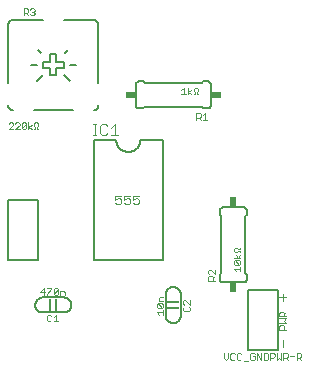
<source format=gto>
G75*
%MOIN*%
%OFA0B0*%
%FSLAX25Y25*%
%IPPOS*%
%LPD*%
%AMOC8*
5,1,8,0,0,1.08239X$1,22.5*
%
%ADD10C,0.00500*%
%ADD11C,0.00200*%
%ADD12R,0.01000X0.04000*%
%ADD13R,0.04000X0.01000*%
%ADD14C,0.00600*%
%ADD15R,0.03400X0.02400*%
%ADD16R,0.02400X0.03400*%
%ADD17C,0.00300*%
%ADD18C,0.00400*%
D10*
X0027500Y0018500D02*
X0034500Y0018500D01*
X0034598Y0018502D01*
X0034696Y0018508D01*
X0034794Y0018517D01*
X0034891Y0018531D01*
X0034988Y0018548D01*
X0035084Y0018569D01*
X0035179Y0018594D01*
X0035273Y0018622D01*
X0035365Y0018655D01*
X0035457Y0018690D01*
X0035547Y0018730D01*
X0035635Y0018772D01*
X0035722Y0018819D01*
X0035806Y0018868D01*
X0035889Y0018921D01*
X0035969Y0018977D01*
X0036048Y0019037D01*
X0036124Y0019099D01*
X0036197Y0019164D01*
X0036268Y0019232D01*
X0036336Y0019303D01*
X0036401Y0019376D01*
X0036463Y0019452D01*
X0036523Y0019531D01*
X0036579Y0019611D01*
X0036632Y0019694D01*
X0036681Y0019778D01*
X0036728Y0019865D01*
X0036770Y0019953D01*
X0036810Y0020043D01*
X0036845Y0020135D01*
X0036878Y0020227D01*
X0036906Y0020321D01*
X0036931Y0020416D01*
X0036952Y0020512D01*
X0036969Y0020609D01*
X0036983Y0020706D01*
X0036992Y0020804D01*
X0036998Y0020902D01*
X0037000Y0021000D01*
X0036998Y0021098D01*
X0036992Y0021196D01*
X0036983Y0021294D01*
X0036969Y0021391D01*
X0036952Y0021488D01*
X0036931Y0021584D01*
X0036906Y0021679D01*
X0036878Y0021773D01*
X0036845Y0021865D01*
X0036810Y0021957D01*
X0036770Y0022047D01*
X0036728Y0022135D01*
X0036681Y0022222D01*
X0036632Y0022306D01*
X0036579Y0022389D01*
X0036523Y0022469D01*
X0036463Y0022548D01*
X0036401Y0022624D01*
X0036336Y0022697D01*
X0036268Y0022768D01*
X0036197Y0022836D01*
X0036124Y0022901D01*
X0036048Y0022963D01*
X0035969Y0023023D01*
X0035889Y0023079D01*
X0035806Y0023132D01*
X0035722Y0023181D01*
X0035635Y0023228D01*
X0035547Y0023270D01*
X0035457Y0023310D01*
X0035365Y0023345D01*
X0035273Y0023378D01*
X0035179Y0023406D01*
X0035084Y0023431D01*
X0034988Y0023452D01*
X0034891Y0023469D01*
X0034794Y0023483D01*
X0034696Y0023492D01*
X0034598Y0023498D01*
X0034500Y0023500D01*
X0027500Y0023500D01*
X0027402Y0023498D01*
X0027304Y0023492D01*
X0027206Y0023483D01*
X0027109Y0023469D01*
X0027012Y0023452D01*
X0026916Y0023431D01*
X0026821Y0023406D01*
X0026727Y0023378D01*
X0026635Y0023345D01*
X0026543Y0023310D01*
X0026453Y0023270D01*
X0026365Y0023228D01*
X0026278Y0023181D01*
X0026194Y0023132D01*
X0026111Y0023079D01*
X0026031Y0023023D01*
X0025952Y0022963D01*
X0025876Y0022901D01*
X0025803Y0022836D01*
X0025732Y0022768D01*
X0025664Y0022697D01*
X0025599Y0022624D01*
X0025537Y0022548D01*
X0025477Y0022469D01*
X0025421Y0022389D01*
X0025368Y0022306D01*
X0025319Y0022222D01*
X0025272Y0022135D01*
X0025230Y0022047D01*
X0025190Y0021957D01*
X0025155Y0021865D01*
X0025122Y0021773D01*
X0025094Y0021679D01*
X0025069Y0021584D01*
X0025048Y0021488D01*
X0025031Y0021391D01*
X0025017Y0021294D01*
X0025008Y0021196D01*
X0025002Y0021098D01*
X0025000Y0021000D01*
X0025002Y0020902D01*
X0025008Y0020804D01*
X0025017Y0020706D01*
X0025031Y0020609D01*
X0025048Y0020512D01*
X0025069Y0020416D01*
X0025094Y0020321D01*
X0025122Y0020227D01*
X0025155Y0020135D01*
X0025190Y0020043D01*
X0025230Y0019953D01*
X0025272Y0019865D01*
X0025319Y0019778D01*
X0025368Y0019694D01*
X0025421Y0019611D01*
X0025477Y0019531D01*
X0025537Y0019452D01*
X0025599Y0019376D01*
X0025664Y0019303D01*
X0025732Y0019232D01*
X0025803Y0019164D01*
X0025876Y0019099D01*
X0025952Y0019037D01*
X0026031Y0018977D01*
X0026111Y0018921D01*
X0026194Y0018868D01*
X0026278Y0018819D01*
X0026365Y0018772D01*
X0026453Y0018730D01*
X0026543Y0018690D01*
X0026635Y0018655D01*
X0026727Y0018622D01*
X0026821Y0018594D01*
X0026916Y0018569D01*
X0027012Y0018548D01*
X0027109Y0018531D01*
X0027206Y0018517D01*
X0027304Y0018508D01*
X0027402Y0018502D01*
X0027500Y0018500D01*
X0034500Y0018500D02*
X0034598Y0018502D01*
X0034696Y0018508D01*
X0034794Y0018517D01*
X0034891Y0018531D01*
X0034988Y0018548D01*
X0035084Y0018569D01*
X0035179Y0018594D01*
X0035273Y0018622D01*
X0035365Y0018655D01*
X0035457Y0018690D01*
X0035547Y0018730D01*
X0035635Y0018772D01*
X0035722Y0018819D01*
X0035806Y0018868D01*
X0035889Y0018921D01*
X0035969Y0018977D01*
X0036048Y0019037D01*
X0036124Y0019099D01*
X0036197Y0019164D01*
X0036268Y0019232D01*
X0036336Y0019303D01*
X0036401Y0019376D01*
X0036463Y0019452D01*
X0036523Y0019531D01*
X0036579Y0019611D01*
X0036632Y0019694D01*
X0036681Y0019778D01*
X0036728Y0019865D01*
X0036770Y0019953D01*
X0036810Y0020043D01*
X0036845Y0020135D01*
X0036878Y0020227D01*
X0036906Y0020321D01*
X0036931Y0020416D01*
X0036952Y0020512D01*
X0036969Y0020609D01*
X0036983Y0020706D01*
X0036992Y0020804D01*
X0036998Y0020902D01*
X0037000Y0021000D01*
X0026000Y0036000D02*
X0026000Y0056000D01*
X0016000Y0056000D01*
X0016000Y0036000D01*
X0026000Y0036000D01*
X0068500Y0024500D02*
X0068500Y0017500D01*
X0068502Y0017402D01*
X0068508Y0017304D01*
X0068517Y0017206D01*
X0068531Y0017109D01*
X0068548Y0017012D01*
X0068569Y0016916D01*
X0068594Y0016821D01*
X0068622Y0016727D01*
X0068655Y0016635D01*
X0068690Y0016543D01*
X0068730Y0016453D01*
X0068772Y0016365D01*
X0068819Y0016278D01*
X0068868Y0016194D01*
X0068921Y0016111D01*
X0068977Y0016031D01*
X0069037Y0015952D01*
X0069099Y0015876D01*
X0069164Y0015803D01*
X0069232Y0015732D01*
X0069303Y0015664D01*
X0069376Y0015599D01*
X0069452Y0015537D01*
X0069531Y0015477D01*
X0069611Y0015421D01*
X0069694Y0015368D01*
X0069778Y0015319D01*
X0069865Y0015272D01*
X0069953Y0015230D01*
X0070043Y0015190D01*
X0070135Y0015155D01*
X0070227Y0015122D01*
X0070321Y0015094D01*
X0070416Y0015069D01*
X0070512Y0015048D01*
X0070609Y0015031D01*
X0070706Y0015017D01*
X0070804Y0015008D01*
X0070902Y0015002D01*
X0071000Y0015000D01*
X0071098Y0015002D01*
X0071196Y0015008D01*
X0071294Y0015017D01*
X0071391Y0015031D01*
X0071488Y0015048D01*
X0071584Y0015069D01*
X0071679Y0015094D01*
X0071773Y0015122D01*
X0071865Y0015155D01*
X0071957Y0015190D01*
X0072047Y0015230D01*
X0072135Y0015272D01*
X0072222Y0015319D01*
X0072306Y0015368D01*
X0072389Y0015421D01*
X0072469Y0015477D01*
X0072548Y0015537D01*
X0072624Y0015599D01*
X0072697Y0015664D01*
X0072768Y0015732D01*
X0072836Y0015803D01*
X0072901Y0015876D01*
X0072963Y0015952D01*
X0073023Y0016031D01*
X0073079Y0016111D01*
X0073132Y0016194D01*
X0073181Y0016278D01*
X0073228Y0016365D01*
X0073270Y0016453D01*
X0073310Y0016543D01*
X0073345Y0016635D01*
X0073378Y0016727D01*
X0073406Y0016821D01*
X0073431Y0016916D01*
X0073452Y0017012D01*
X0073469Y0017109D01*
X0073483Y0017206D01*
X0073492Y0017304D01*
X0073498Y0017402D01*
X0073500Y0017500D01*
X0073500Y0024500D01*
X0073498Y0024598D01*
X0073492Y0024696D01*
X0073483Y0024794D01*
X0073469Y0024891D01*
X0073452Y0024988D01*
X0073431Y0025084D01*
X0073406Y0025179D01*
X0073378Y0025273D01*
X0073345Y0025365D01*
X0073310Y0025457D01*
X0073270Y0025547D01*
X0073228Y0025635D01*
X0073181Y0025722D01*
X0073132Y0025806D01*
X0073079Y0025889D01*
X0073023Y0025969D01*
X0072963Y0026048D01*
X0072901Y0026124D01*
X0072836Y0026197D01*
X0072768Y0026268D01*
X0072697Y0026336D01*
X0072624Y0026401D01*
X0072548Y0026463D01*
X0072469Y0026523D01*
X0072389Y0026579D01*
X0072306Y0026632D01*
X0072222Y0026681D01*
X0072135Y0026728D01*
X0072047Y0026770D01*
X0071957Y0026810D01*
X0071865Y0026845D01*
X0071773Y0026878D01*
X0071679Y0026906D01*
X0071584Y0026931D01*
X0071488Y0026952D01*
X0071391Y0026969D01*
X0071294Y0026983D01*
X0071196Y0026992D01*
X0071098Y0026998D01*
X0071000Y0027000D01*
X0070902Y0026998D01*
X0070804Y0026992D01*
X0070706Y0026983D01*
X0070609Y0026969D01*
X0070512Y0026952D01*
X0070416Y0026931D01*
X0070321Y0026906D01*
X0070227Y0026878D01*
X0070135Y0026845D01*
X0070043Y0026810D01*
X0069953Y0026770D01*
X0069865Y0026728D01*
X0069778Y0026681D01*
X0069694Y0026632D01*
X0069611Y0026579D01*
X0069531Y0026523D01*
X0069452Y0026463D01*
X0069376Y0026401D01*
X0069303Y0026336D01*
X0069232Y0026268D01*
X0069164Y0026197D01*
X0069099Y0026124D01*
X0069037Y0026048D01*
X0068977Y0025969D01*
X0068921Y0025889D01*
X0068868Y0025806D01*
X0068819Y0025722D01*
X0068772Y0025635D01*
X0068730Y0025547D01*
X0068690Y0025457D01*
X0068655Y0025365D01*
X0068622Y0025273D01*
X0068594Y0025179D01*
X0068569Y0025084D01*
X0068548Y0024988D01*
X0068531Y0024891D01*
X0068517Y0024794D01*
X0068508Y0024696D01*
X0068502Y0024598D01*
X0068500Y0024500D01*
X0071000Y0027000D02*
X0071098Y0026998D01*
X0071196Y0026992D01*
X0071294Y0026983D01*
X0071391Y0026969D01*
X0071488Y0026952D01*
X0071584Y0026931D01*
X0071679Y0026906D01*
X0071773Y0026878D01*
X0071865Y0026845D01*
X0071957Y0026810D01*
X0072047Y0026770D01*
X0072135Y0026728D01*
X0072222Y0026681D01*
X0072306Y0026632D01*
X0072389Y0026579D01*
X0072469Y0026523D01*
X0072548Y0026463D01*
X0072624Y0026401D01*
X0072697Y0026336D01*
X0072768Y0026268D01*
X0072836Y0026197D01*
X0072901Y0026124D01*
X0072963Y0026048D01*
X0073023Y0025969D01*
X0073079Y0025889D01*
X0073132Y0025806D01*
X0073181Y0025722D01*
X0073228Y0025635D01*
X0073270Y0025547D01*
X0073310Y0025457D01*
X0073345Y0025365D01*
X0073378Y0025273D01*
X0073406Y0025179D01*
X0073431Y0025084D01*
X0073452Y0024988D01*
X0073469Y0024891D01*
X0073483Y0024794D01*
X0073492Y0024696D01*
X0073498Y0024598D01*
X0073500Y0024500D01*
X0096000Y0026000D02*
X0096000Y0006000D01*
X0106000Y0006000D01*
X0106000Y0026000D01*
X0096000Y0026000D01*
D11*
X0028148Y0025401D02*
X0026680Y0025401D01*
X0027781Y0026502D01*
X0027781Y0024300D01*
X0028890Y0024300D02*
X0028890Y0024667D01*
X0030358Y0026135D01*
X0030358Y0026502D01*
X0028890Y0026502D01*
X0031100Y0026135D02*
X0031100Y0024667D01*
X0032568Y0026135D01*
X0032568Y0024667D01*
X0032201Y0024300D01*
X0031467Y0024300D01*
X0031100Y0024667D01*
X0031100Y0026135D02*
X0031467Y0026502D01*
X0032201Y0026502D01*
X0032568Y0026135D01*
X0033310Y0025768D02*
X0034411Y0025768D01*
X0034778Y0025401D01*
X0034778Y0024300D01*
X0033310Y0024300D02*
X0033310Y0025768D01*
X0031834Y0017702D02*
X0031834Y0015500D01*
X0031100Y0015500D02*
X0032568Y0015500D01*
X0031100Y0016968D02*
X0031834Y0017702D01*
X0030358Y0017335D02*
X0029991Y0017702D01*
X0029257Y0017702D01*
X0028890Y0017335D01*
X0028890Y0015867D01*
X0029257Y0015500D01*
X0029991Y0015500D01*
X0030358Y0015867D01*
X0065498Y0018519D02*
X0067700Y0018519D01*
X0067700Y0017785D02*
X0067700Y0019253D01*
X0067333Y0019995D02*
X0065865Y0021463D01*
X0067333Y0021463D01*
X0067700Y0021096D01*
X0067700Y0020362D01*
X0067333Y0019995D01*
X0065865Y0019995D01*
X0065498Y0020362D01*
X0065498Y0021096D01*
X0065865Y0021463D01*
X0066232Y0022205D02*
X0066232Y0023306D01*
X0066599Y0023673D01*
X0067700Y0023673D01*
X0067700Y0022205D02*
X0066232Y0022205D01*
X0065498Y0018519D02*
X0066232Y0017785D01*
X0074298Y0019257D02*
X0074665Y0018890D01*
X0076133Y0018890D01*
X0076500Y0019257D01*
X0076500Y0019991D01*
X0076133Y0020358D01*
X0076500Y0021100D02*
X0075032Y0022568D01*
X0074665Y0022568D01*
X0074298Y0022201D01*
X0074298Y0021467D01*
X0074665Y0021100D01*
X0074665Y0020358D02*
X0074298Y0019991D01*
X0074298Y0019257D01*
X0076500Y0021100D02*
X0076500Y0022568D01*
X0082698Y0029100D02*
X0082698Y0030201D01*
X0083065Y0030568D01*
X0083799Y0030568D01*
X0084166Y0030201D01*
X0084166Y0029100D01*
X0084166Y0030201D01*
X0083799Y0030568D01*
X0083065Y0030568D01*
X0082698Y0030201D01*
X0082698Y0029100D01*
X0084900Y0029100D01*
X0082698Y0029100D01*
X0084166Y0029834D02*
X0084900Y0030568D01*
X0084166Y0029834D01*
X0084900Y0031310D02*
X0083432Y0032778D01*
X0083065Y0032778D01*
X0082698Y0032411D01*
X0082698Y0031677D01*
X0083065Y0031310D01*
X0082698Y0031677D01*
X0082698Y0032411D01*
X0083065Y0032778D01*
X0083432Y0032778D01*
X0084900Y0031310D01*
X0084900Y0032778D01*
X0084900Y0031310D01*
X0091198Y0032934D02*
X0093400Y0032934D01*
X0091198Y0032934D01*
X0091932Y0032200D01*
X0091198Y0032934D01*
X0091565Y0034410D02*
X0091198Y0034777D01*
X0091198Y0035511D01*
X0091565Y0035878D01*
X0093033Y0034410D01*
X0093400Y0034777D01*
X0093400Y0035511D01*
X0093033Y0035878D01*
X0091565Y0035878D01*
X0093033Y0034410D01*
X0091565Y0034410D01*
X0091198Y0034777D01*
X0091198Y0035511D01*
X0091565Y0035878D01*
X0093033Y0035878D01*
X0093400Y0035511D01*
X0093400Y0034777D01*
X0093033Y0034410D01*
X0091565Y0034410D01*
X0093400Y0033668D02*
X0093400Y0032200D01*
X0093400Y0033668D01*
X0093400Y0036620D02*
X0091198Y0036620D01*
X0093400Y0036620D01*
X0092666Y0036620D02*
X0093400Y0037721D01*
X0092666Y0036620D01*
X0091932Y0037721D01*
X0092666Y0036620D01*
X0092299Y0038461D02*
X0091565Y0038461D01*
X0091198Y0038828D01*
X0091198Y0039562D01*
X0091565Y0039929D01*
X0092299Y0039929D01*
X0092666Y0039562D01*
X0093400Y0039562D01*
X0093400Y0039929D01*
X0093400Y0039562D01*
X0092666Y0039562D01*
X0092299Y0039929D01*
X0091565Y0039929D01*
X0091198Y0039562D01*
X0091198Y0038828D01*
X0091565Y0038461D01*
X0092299Y0038461D01*
X0092666Y0038828D01*
X0093400Y0038828D01*
X0093400Y0038461D01*
X0093400Y0038828D01*
X0092666Y0038828D01*
X0092299Y0038461D01*
X0106765Y0018673D02*
X0107499Y0018673D01*
X0107866Y0018306D01*
X0107866Y0017205D01*
X0107866Y0017939D02*
X0108600Y0018673D01*
X0108600Y0017205D02*
X0106398Y0017205D01*
X0106398Y0018306D01*
X0106765Y0018673D01*
X0106398Y0016463D02*
X0108600Y0016463D01*
X0107866Y0015729D01*
X0108600Y0014995D01*
X0106398Y0014995D01*
X0106765Y0014253D02*
X0107499Y0014253D01*
X0107866Y0013886D01*
X0107866Y0012785D01*
X0108600Y0012785D02*
X0106398Y0012785D01*
X0106398Y0013886D01*
X0106765Y0014253D01*
X0106988Y0004902D02*
X0106988Y0002700D01*
X0106254Y0003434D01*
X0105520Y0002700D01*
X0105520Y0004902D01*
X0104778Y0004535D02*
X0104778Y0003801D01*
X0104411Y0003434D01*
X0103310Y0003434D01*
X0103310Y0002700D02*
X0103310Y0004902D01*
X0104411Y0004902D01*
X0104778Y0004535D01*
X0102568Y0004535D02*
X0102568Y0003067D01*
X0102201Y0002700D01*
X0101100Y0002700D01*
X0101100Y0004902D01*
X0102201Y0004902D01*
X0102568Y0004535D01*
X0100358Y0004902D02*
X0100358Y0002700D01*
X0098890Y0004902D01*
X0098890Y0002700D01*
X0098148Y0003067D02*
X0098148Y0003801D01*
X0097414Y0003801D01*
X0096680Y0004535D02*
X0096680Y0003067D01*
X0097047Y0002700D01*
X0097781Y0002700D01*
X0098148Y0003067D01*
X0098148Y0004535D02*
X0097781Y0004902D01*
X0097047Y0004902D01*
X0096680Y0004535D01*
X0095938Y0002333D02*
X0094470Y0002333D01*
X0093728Y0003067D02*
X0093361Y0002700D01*
X0092627Y0002700D01*
X0092260Y0003067D01*
X0092260Y0004535D01*
X0092627Y0004902D01*
X0093361Y0004902D01*
X0093728Y0004535D01*
X0091518Y0004535D02*
X0091151Y0004902D01*
X0090418Y0004902D01*
X0090051Y0004535D01*
X0090051Y0003067D01*
X0090418Y0002700D01*
X0091151Y0002700D01*
X0091518Y0003067D01*
X0089309Y0003434D02*
X0089309Y0004902D01*
X0087841Y0004902D02*
X0087841Y0003434D01*
X0088575Y0002700D01*
X0089309Y0003434D01*
X0107730Y0003434D02*
X0108831Y0003434D01*
X0109198Y0003801D01*
X0109198Y0004535D01*
X0108831Y0004902D01*
X0107730Y0004902D01*
X0107730Y0002700D01*
X0108464Y0003434D02*
X0109198Y0002700D01*
X0109939Y0003801D02*
X0111407Y0003801D01*
X0112149Y0003434D02*
X0113250Y0003434D01*
X0113617Y0003801D01*
X0113617Y0004535D01*
X0113250Y0004902D01*
X0112149Y0004902D01*
X0112149Y0002700D01*
X0112883Y0003434D02*
X0113617Y0002700D01*
X0082358Y0082700D02*
X0080890Y0082700D01*
X0082358Y0082700D01*
X0081624Y0082700D02*
X0081624Y0084902D01*
X0080890Y0084168D01*
X0081624Y0084902D01*
X0081624Y0082700D01*
X0080148Y0082700D02*
X0079414Y0083434D01*
X0080148Y0082700D01*
X0079781Y0083434D02*
X0078680Y0083434D01*
X0079781Y0083434D01*
X0080148Y0083801D01*
X0080148Y0084535D01*
X0079781Y0084902D01*
X0078680Y0084902D01*
X0078680Y0082700D01*
X0078680Y0084902D01*
X0079781Y0084902D01*
X0080148Y0084535D01*
X0080148Y0083801D01*
X0079781Y0083434D01*
X0079258Y0091200D02*
X0078891Y0091200D01*
X0078891Y0091934D01*
X0079258Y0092301D01*
X0079258Y0093035D01*
X0078891Y0093402D01*
X0078157Y0093402D01*
X0077790Y0093035D01*
X0077790Y0092301D01*
X0078157Y0091934D01*
X0078157Y0091200D01*
X0077790Y0091200D01*
X0078157Y0091200D01*
X0078157Y0091934D01*
X0077790Y0092301D01*
X0077790Y0093035D01*
X0078157Y0093402D01*
X0078891Y0093402D01*
X0079258Y0093035D01*
X0079258Y0092301D01*
X0078891Y0091934D01*
X0078891Y0091200D01*
X0079258Y0091200D01*
X0077049Y0091200D02*
X0075949Y0091934D01*
X0077049Y0092668D01*
X0075949Y0091934D01*
X0077049Y0091200D01*
X0075949Y0091200D02*
X0075949Y0093402D01*
X0075949Y0091200D01*
X0075207Y0091200D02*
X0073739Y0091200D01*
X0075207Y0091200D01*
X0074473Y0091200D02*
X0074473Y0093402D01*
X0073739Y0092668D01*
X0074473Y0093402D01*
X0074473Y0091200D01*
X0026039Y0081435D02*
X0026039Y0080701D01*
X0025672Y0080334D01*
X0025672Y0079600D01*
X0026039Y0079600D01*
X0024938Y0079600D02*
X0024938Y0080334D01*
X0024571Y0080701D01*
X0024571Y0081435D01*
X0024938Y0081802D01*
X0025672Y0081802D01*
X0026039Y0081435D01*
X0024938Y0079600D02*
X0024571Y0079600D01*
X0023831Y0079600D02*
X0022730Y0080334D01*
X0023831Y0081068D01*
X0022730Y0081802D02*
X0022730Y0079600D01*
X0021988Y0079967D02*
X0021988Y0081435D01*
X0020520Y0079967D01*
X0020887Y0079600D01*
X0021621Y0079600D01*
X0021988Y0079967D01*
X0021988Y0081435D02*
X0021621Y0081802D01*
X0020887Y0081802D01*
X0020520Y0081435D01*
X0020520Y0079967D01*
X0019778Y0079600D02*
X0018310Y0079600D01*
X0019778Y0081068D01*
X0019778Y0081435D01*
X0019411Y0081802D01*
X0018677Y0081802D01*
X0018310Y0081435D01*
X0017568Y0081435D02*
X0017201Y0081802D01*
X0016467Y0081802D01*
X0016100Y0081435D01*
X0017568Y0081068D02*
X0016100Y0079600D01*
X0017568Y0079600D01*
X0017568Y0081068D02*
X0017568Y0081435D01*
X0021100Y0117600D02*
X0021100Y0119802D01*
X0022201Y0119802D01*
X0022568Y0119435D01*
X0022568Y0118701D01*
X0022201Y0118334D01*
X0021100Y0118334D01*
X0021834Y0118334D02*
X0022568Y0117600D01*
X0023310Y0117967D02*
X0023677Y0117600D01*
X0024411Y0117600D01*
X0024778Y0117967D01*
X0024778Y0118334D01*
X0024411Y0118701D01*
X0024044Y0118701D01*
X0024411Y0118701D02*
X0024778Y0119068D01*
X0024778Y0119435D01*
X0024411Y0119802D01*
X0023677Y0119802D01*
X0023310Y0119435D01*
D12*
X0030000Y0021000D03*
X0032000Y0021000D03*
D13*
X0071000Y0020000D03*
X0071000Y0022000D03*
D14*
X0067500Y0036000D02*
X0044500Y0036000D01*
X0044500Y0076000D01*
X0052000Y0076000D01*
X0052002Y0075874D01*
X0052008Y0075749D01*
X0052018Y0075624D01*
X0052032Y0075499D01*
X0052049Y0075374D01*
X0052071Y0075250D01*
X0052096Y0075127D01*
X0052126Y0075005D01*
X0052159Y0074884D01*
X0052196Y0074764D01*
X0052236Y0074645D01*
X0052281Y0074528D01*
X0052329Y0074411D01*
X0052381Y0074297D01*
X0052436Y0074184D01*
X0052495Y0074073D01*
X0052557Y0073964D01*
X0052623Y0073857D01*
X0052692Y0073752D01*
X0052764Y0073649D01*
X0052839Y0073548D01*
X0052918Y0073450D01*
X0053000Y0073355D01*
X0053084Y0073262D01*
X0053172Y0073172D01*
X0053262Y0073084D01*
X0053355Y0073000D01*
X0053450Y0072918D01*
X0053548Y0072839D01*
X0053649Y0072764D01*
X0053752Y0072692D01*
X0053857Y0072623D01*
X0053964Y0072557D01*
X0054073Y0072495D01*
X0054184Y0072436D01*
X0054297Y0072381D01*
X0054411Y0072329D01*
X0054528Y0072281D01*
X0054645Y0072236D01*
X0054764Y0072196D01*
X0054884Y0072159D01*
X0055005Y0072126D01*
X0055127Y0072096D01*
X0055250Y0072071D01*
X0055374Y0072049D01*
X0055499Y0072032D01*
X0055624Y0072018D01*
X0055749Y0072008D01*
X0055874Y0072002D01*
X0056000Y0072000D01*
X0056126Y0072002D01*
X0056251Y0072008D01*
X0056376Y0072018D01*
X0056501Y0072032D01*
X0056626Y0072049D01*
X0056750Y0072071D01*
X0056873Y0072096D01*
X0056995Y0072126D01*
X0057116Y0072159D01*
X0057236Y0072196D01*
X0057355Y0072236D01*
X0057472Y0072281D01*
X0057589Y0072329D01*
X0057703Y0072381D01*
X0057816Y0072436D01*
X0057927Y0072495D01*
X0058036Y0072557D01*
X0058143Y0072623D01*
X0058248Y0072692D01*
X0058351Y0072764D01*
X0058452Y0072839D01*
X0058550Y0072918D01*
X0058645Y0073000D01*
X0058738Y0073084D01*
X0058828Y0073172D01*
X0058916Y0073262D01*
X0059000Y0073355D01*
X0059082Y0073450D01*
X0059161Y0073548D01*
X0059236Y0073649D01*
X0059308Y0073752D01*
X0059377Y0073857D01*
X0059443Y0073964D01*
X0059505Y0074073D01*
X0059564Y0074184D01*
X0059619Y0074297D01*
X0059671Y0074411D01*
X0059719Y0074528D01*
X0059764Y0074645D01*
X0059804Y0074764D01*
X0059841Y0074884D01*
X0059874Y0075005D01*
X0059904Y0075127D01*
X0059929Y0075250D01*
X0059951Y0075374D01*
X0059968Y0075499D01*
X0059982Y0075624D01*
X0059992Y0075749D01*
X0059998Y0075874D01*
X0060000Y0076000D01*
X0067500Y0076000D01*
X0067500Y0036000D01*
X0086500Y0031000D02*
X0086500Y0029500D01*
X0086502Y0029440D01*
X0086507Y0029379D01*
X0086516Y0029320D01*
X0086529Y0029261D01*
X0086545Y0029202D01*
X0086565Y0029145D01*
X0086588Y0029090D01*
X0086615Y0029035D01*
X0086644Y0028983D01*
X0086677Y0028932D01*
X0086713Y0028883D01*
X0086751Y0028837D01*
X0086793Y0028793D01*
X0086837Y0028751D01*
X0086883Y0028713D01*
X0086932Y0028677D01*
X0086983Y0028644D01*
X0087035Y0028615D01*
X0087090Y0028588D01*
X0087145Y0028565D01*
X0087202Y0028545D01*
X0087261Y0028529D01*
X0087320Y0028516D01*
X0087379Y0028507D01*
X0087440Y0028502D01*
X0087500Y0028500D01*
X0094500Y0028500D01*
X0094560Y0028502D01*
X0094621Y0028507D01*
X0094680Y0028516D01*
X0094739Y0028529D01*
X0094798Y0028545D01*
X0094855Y0028565D01*
X0094910Y0028588D01*
X0094965Y0028615D01*
X0095017Y0028644D01*
X0095068Y0028677D01*
X0095117Y0028713D01*
X0095163Y0028751D01*
X0095207Y0028793D01*
X0095249Y0028837D01*
X0095287Y0028883D01*
X0095323Y0028932D01*
X0095356Y0028983D01*
X0095385Y0029035D01*
X0095412Y0029090D01*
X0095435Y0029145D01*
X0095455Y0029202D01*
X0095471Y0029261D01*
X0095484Y0029320D01*
X0095493Y0029379D01*
X0095498Y0029440D01*
X0095500Y0029500D01*
X0095500Y0031000D01*
X0095000Y0031500D01*
X0095000Y0050500D01*
X0095500Y0051000D01*
X0095500Y0052500D01*
X0095498Y0052560D01*
X0095493Y0052621D01*
X0095484Y0052680D01*
X0095471Y0052739D01*
X0095455Y0052798D01*
X0095435Y0052855D01*
X0095412Y0052910D01*
X0095385Y0052965D01*
X0095356Y0053017D01*
X0095323Y0053068D01*
X0095287Y0053117D01*
X0095249Y0053163D01*
X0095207Y0053207D01*
X0095163Y0053249D01*
X0095117Y0053287D01*
X0095068Y0053323D01*
X0095017Y0053356D01*
X0094965Y0053385D01*
X0094910Y0053412D01*
X0094855Y0053435D01*
X0094798Y0053455D01*
X0094739Y0053471D01*
X0094680Y0053484D01*
X0094621Y0053493D01*
X0094560Y0053498D01*
X0094500Y0053500D01*
X0087500Y0053500D01*
X0087440Y0053498D01*
X0087379Y0053493D01*
X0087320Y0053484D01*
X0087261Y0053471D01*
X0087202Y0053455D01*
X0087145Y0053435D01*
X0087090Y0053412D01*
X0087035Y0053385D01*
X0086983Y0053356D01*
X0086932Y0053323D01*
X0086883Y0053287D01*
X0086837Y0053249D01*
X0086793Y0053207D01*
X0086751Y0053163D01*
X0086713Y0053117D01*
X0086677Y0053068D01*
X0086644Y0053017D01*
X0086615Y0052965D01*
X0086588Y0052910D01*
X0086565Y0052855D01*
X0086545Y0052798D01*
X0086529Y0052739D01*
X0086516Y0052680D01*
X0086507Y0052621D01*
X0086502Y0052560D01*
X0086500Y0052500D01*
X0086500Y0051000D01*
X0087000Y0050500D01*
X0087000Y0031500D01*
X0086500Y0031000D01*
X0086500Y0029500D02*
X0086502Y0029440D01*
X0086507Y0029379D01*
X0086516Y0029320D01*
X0086529Y0029261D01*
X0086545Y0029202D01*
X0086565Y0029145D01*
X0086588Y0029090D01*
X0086615Y0029035D01*
X0086644Y0028983D01*
X0086677Y0028932D01*
X0086713Y0028883D01*
X0086751Y0028837D01*
X0086793Y0028793D01*
X0086837Y0028751D01*
X0086883Y0028713D01*
X0086932Y0028677D01*
X0086983Y0028644D01*
X0087035Y0028615D01*
X0087090Y0028588D01*
X0087145Y0028565D01*
X0087202Y0028545D01*
X0087261Y0028529D01*
X0087320Y0028516D01*
X0087379Y0028507D01*
X0087440Y0028502D01*
X0087500Y0028500D01*
X0094500Y0028500D02*
X0094560Y0028502D01*
X0094621Y0028507D01*
X0094680Y0028516D01*
X0094739Y0028529D01*
X0094798Y0028545D01*
X0094855Y0028565D01*
X0094910Y0028588D01*
X0094965Y0028615D01*
X0095017Y0028644D01*
X0095068Y0028677D01*
X0095117Y0028713D01*
X0095163Y0028751D01*
X0095207Y0028793D01*
X0095249Y0028837D01*
X0095287Y0028883D01*
X0095323Y0028932D01*
X0095356Y0028983D01*
X0095385Y0029035D01*
X0095412Y0029090D01*
X0095435Y0029145D01*
X0095455Y0029202D01*
X0095471Y0029261D01*
X0095484Y0029320D01*
X0095493Y0029379D01*
X0095498Y0029440D01*
X0095500Y0029500D01*
X0095500Y0052500D02*
X0095498Y0052560D01*
X0095493Y0052621D01*
X0095484Y0052680D01*
X0095471Y0052739D01*
X0095455Y0052798D01*
X0095435Y0052855D01*
X0095412Y0052910D01*
X0095385Y0052965D01*
X0095356Y0053017D01*
X0095323Y0053068D01*
X0095287Y0053117D01*
X0095249Y0053163D01*
X0095207Y0053207D01*
X0095163Y0053249D01*
X0095117Y0053287D01*
X0095068Y0053323D01*
X0095017Y0053356D01*
X0094965Y0053385D01*
X0094910Y0053412D01*
X0094855Y0053435D01*
X0094798Y0053455D01*
X0094739Y0053471D01*
X0094680Y0053484D01*
X0094621Y0053493D01*
X0094560Y0053498D01*
X0094500Y0053500D01*
X0087500Y0053500D02*
X0087440Y0053498D01*
X0087379Y0053493D01*
X0087320Y0053484D01*
X0087261Y0053471D01*
X0087202Y0053455D01*
X0087145Y0053435D01*
X0087090Y0053412D01*
X0087035Y0053385D01*
X0086983Y0053356D01*
X0086932Y0053323D01*
X0086883Y0053287D01*
X0086837Y0053249D01*
X0086793Y0053207D01*
X0086751Y0053163D01*
X0086713Y0053117D01*
X0086677Y0053068D01*
X0086644Y0053017D01*
X0086615Y0052965D01*
X0086588Y0052910D01*
X0086565Y0052855D01*
X0086545Y0052798D01*
X0086529Y0052739D01*
X0086516Y0052680D01*
X0086507Y0052621D01*
X0086502Y0052560D01*
X0086500Y0052500D01*
X0082500Y0086500D02*
X0081000Y0086500D01*
X0080500Y0087000D01*
X0061500Y0087000D01*
X0061000Y0086500D01*
X0059500Y0086500D01*
X0059440Y0086502D01*
X0059379Y0086507D01*
X0059320Y0086516D01*
X0059261Y0086529D01*
X0059202Y0086545D01*
X0059145Y0086565D01*
X0059090Y0086588D01*
X0059035Y0086615D01*
X0058983Y0086644D01*
X0058932Y0086677D01*
X0058883Y0086713D01*
X0058837Y0086751D01*
X0058793Y0086793D01*
X0058751Y0086837D01*
X0058713Y0086883D01*
X0058677Y0086932D01*
X0058644Y0086983D01*
X0058615Y0087035D01*
X0058588Y0087090D01*
X0058565Y0087145D01*
X0058545Y0087202D01*
X0058529Y0087261D01*
X0058516Y0087320D01*
X0058507Y0087379D01*
X0058502Y0087440D01*
X0058500Y0087500D01*
X0058500Y0094500D01*
X0058502Y0094560D01*
X0058507Y0094621D01*
X0058516Y0094680D01*
X0058529Y0094739D01*
X0058545Y0094798D01*
X0058565Y0094855D01*
X0058588Y0094910D01*
X0058615Y0094965D01*
X0058644Y0095017D01*
X0058677Y0095068D01*
X0058713Y0095117D01*
X0058751Y0095163D01*
X0058793Y0095207D01*
X0058837Y0095249D01*
X0058883Y0095287D01*
X0058932Y0095323D01*
X0058983Y0095356D01*
X0059035Y0095385D01*
X0059090Y0095412D01*
X0059145Y0095435D01*
X0059202Y0095455D01*
X0059261Y0095471D01*
X0059320Y0095484D01*
X0059379Y0095493D01*
X0059440Y0095498D01*
X0059500Y0095500D01*
X0061000Y0095500D01*
X0061500Y0095000D01*
X0080500Y0095000D01*
X0081000Y0095500D01*
X0082500Y0095500D01*
X0082560Y0095498D01*
X0082621Y0095493D01*
X0082680Y0095484D01*
X0082739Y0095471D01*
X0082798Y0095455D01*
X0082855Y0095435D01*
X0082910Y0095412D01*
X0082965Y0095385D01*
X0083017Y0095356D01*
X0083068Y0095323D01*
X0083117Y0095287D01*
X0083163Y0095249D01*
X0083207Y0095207D01*
X0083249Y0095163D01*
X0083287Y0095117D01*
X0083323Y0095068D01*
X0083356Y0095017D01*
X0083385Y0094965D01*
X0083412Y0094910D01*
X0083435Y0094855D01*
X0083455Y0094798D01*
X0083471Y0094739D01*
X0083484Y0094680D01*
X0083493Y0094621D01*
X0083498Y0094560D01*
X0083500Y0094500D01*
X0083500Y0087500D01*
X0083498Y0087440D01*
X0083493Y0087379D01*
X0083484Y0087320D01*
X0083471Y0087261D01*
X0083455Y0087202D01*
X0083435Y0087145D01*
X0083412Y0087090D01*
X0083385Y0087035D01*
X0083356Y0086983D01*
X0083323Y0086932D01*
X0083287Y0086883D01*
X0083249Y0086837D01*
X0083207Y0086793D01*
X0083163Y0086751D01*
X0083117Y0086713D01*
X0083068Y0086677D01*
X0083017Y0086644D01*
X0082965Y0086615D01*
X0082910Y0086588D01*
X0082855Y0086565D01*
X0082798Y0086545D01*
X0082739Y0086529D01*
X0082680Y0086516D01*
X0082621Y0086507D01*
X0082560Y0086502D01*
X0082500Y0086500D01*
X0082560Y0086502D01*
X0082621Y0086507D01*
X0082680Y0086516D01*
X0082739Y0086529D01*
X0082798Y0086545D01*
X0082855Y0086565D01*
X0082910Y0086588D01*
X0082965Y0086615D01*
X0083017Y0086644D01*
X0083068Y0086677D01*
X0083117Y0086713D01*
X0083163Y0086751D01*
X0083207Y0086793D01*
X0083249Y0086837D01*
X0083287Y0086883D01*
X0083323Y0086932D01*
X0083356Y0086983D01*
X0083385Y0087035D01*
X0083412Y0087090D01*
X0083435Y0087145D01*
X0083455Y0087202D01*
X0083471Y0087261D01*
X0083484Y0087320D01*
X0083493Y0087379D01*
X0083498Y0087440D01*
X0083500Y0087500D01*
X0083500Y0094500D02*
X0083498Y0094560D01*
X0083493Y0094621D01*
X0083484Y0094680D01*
X0083471Y0094739D01*
X0083455Y0094798D01*
X0083435Y0094855D01*
X0083412Y0094910D01*
X0083385Y0094965D01*
X0083356Y0095017D01*
X0083323Y0095068D01*
X0083287Y0095117D01*
X0083249Y0095163D01*
X0083207Y0095207D01*
X0083163Y0095249D01*
X0083117Y0095287D01*
X0083068Y0095323D01*
X0083017Y0095356D01*
X0082965Y0095385D01*
X0082910Y0095412D01*
X0082855Y0095435D01*
X0082798Y0095455D01*
X0082739Y0095471D01*
X0082680Y0095484D01*
X0082621Y0095493D01*
X0082560Y0095498D01*
X0082500Y0095500D01*
X0059500Y0095500D02*
X0059440Y0095498D01*
X0059379Y0095493D01*
X0059320Y0095484D01*
X0059261Y0095471D01*
X0059202Y0095455D01*
X0059145Y0095435D01*
X0059090Y0095412D01*
X0059035Y0095385D01*
X0058983Y0095356D01*
X0058932Y0095323D01*
X0058883Y0095287D01*
X0058837Y0095249D01*
X0058793Y0095207D01*
X0058751Y0095163D01*
X0058713Y0095117D01*
X0058677Y0095068D01*
X0058644Y0095017D01*
X0058615Y0094965D01*
X0058588Y0094910D01*
X0058565Y0094855D01*
X0058545Y0094798D01*
X0058529Y0094739D01*
X0058516Y0094680D01*
X0058507Y0094621D01*
X0058502Y0094560D01*
X0058500Y0094500D01*
X0058500Y0087500D02*
X0058502Y0087440D01*
X0058507Y0087379D01*
X0058516Y0087320D01*
X0058529Y0087261D01*
X0058545Y0087202D01*
X0058565Y0087145D01*
X0058588Y0087090D01*
X0058615Y0087035D01*
X0058644Y0086983D01*
X0058677Y0086932D01*
X0058713Y0086883D01*
X0058751Y0086837D01*
X0058793Y0086793D01*
X0058837Y0086751D01*
X0058883Y0086713D01*
X0058932Y0086677D01*
X0058983Y0086644D01*
X0059035Y0086615D01*
X0059090Y0086588D01*
X0059145Y0086565D01*
X0059202Y0086545D01*
X0059261Y0086529D01*
X0059320Y0086516D01*
X0059379Y0086507D01*
X0059440Y0086502D01*
X0059500Y0086500D01*
X0046000Y0095000D02*
X0046000Y0114500D01*
X0045998Y0114576D01*
X0045992Y0114652D01*
X0045983Y0114727D01*
X0045969Y0114802D01*
X0045952Y0114876D01*
X0045931Y0114949D01*
X0045907Y0115021D01*
X0045878Y0115092D01*
X0045847Y0115161D01*
X0045812Y0115228D01*
X0045773Y0115293D01*
X0045731Y0115357D01*
X0045686Y0115418D01*
X0045638Y0115477D01*
X0045587Y0115533D01*
X0045533Y0115587D01*
X0045477Y0115638D01*
X0045418Y0115686D01*
X0045357Y0115731D01*
X0045293Y0115773D01*
X0045228Y0115812D01*
X0045161Y0115847D01*
X0045092Y0115878D01*
X0045021Y0115907D01*
X0044949Y0115931D01*
X0044876Y0115952D01*
X0044802Y0115969D01*
X0044727Y0115983D01*
X0044652Y0115992D01*
X0044576Y0115998D01*
X0044500Y0116000D01*
X0034500Y0116000D01*
X0027500Y0116000D02*
X0017500Y0116000D01*
X0017424Y0115998D01*
X0017348Y0115992D01*
X0017273Y0115983D01*
X0017198Y0115969D01*
X0017124Y0115952D01*
X0017051Y0115931D01*
X0016979Y0115907D01*
X0016908Y0115878D01*
X0016839Y0115847D01*
X0016772Y0115812D01*
X0016707Y0115773D01*
X0016643Y0115731D01*
X0016582Y0115686D01*
X0016523Y0115638D01*
X0016467Y0115587D01*
X0016413Y0115533D01*
X0016362Y0115477D01*
X0016314Y0115418D01*
X0016269Y0115357D01*
X0016227Y0115293D01*
X0016188Y0115228D01*
X0016153Y0115161D01*
X0016122Y0115092D01*
X0016093Y0115021D01*
X0016069Y0114949D01*
X0016048Y0114876D01*
X0016031Y0114802D01*
X0016017Y0114727D01*
X0016008Y0114652D01*
X0016002Y0114576D01*
X0016000Y0114500D01*
X0016000Y0095000D01*
X0016000Y0087500D02*
X0016002Y0087424D01*
X0016008Y0087348D01*
X0016017Y0087273D01*
X0016031Y0087198D01*
X0016048Y0087124D01*
X0016069Y0087051D01*
X0016093Y0086979D01*
X0016122Y0086908D01*
X0016153Y0086839D01*
X0016188Y0086772D01*
X0016227Y0086707D01*
X0016269Y0086643D01*
X0016314Y0086582D01*
X0016362Y0086523D01*
X0016413Y0086467D01*
X0016467Y0086413D01*
X0016523Y0086362D01*
X0016582Y0086314D01*
X0016643Y0086269D01*
X0016707Y0086227D01*
X0016772Y0086188D01*
X0016839Y0086153D01*
X0016908Y0086122D01*
X0016979Y0086093D01*
X0017051Y0086069D01*
X0017124Y0086048D01*
X0017198Y0086031D01*
X0017273Y0086017D01*
X0017348Y0086008D01*
X0017424Y0086002D01*
X0017500Y0086000D01*
X0024500Y0086000D02*
X0037500Y0086000D01*
X0044500Y0086000D02*
X0044576Y0086002D01*
X0044652Y0086008D01*
X0044727Y0086017D01*
X0044802Y0086031D01*
X0044876Y0086048D01*
X0044949Y0086069D01*
X0045021Y0086093D01*
X0045092Y0086122D01*
X0045161Y0086153D01*
X0045228Y0086188D01*
X0045293Y0086227D01*
X0045357Y0086269D01*
X0045418Y0086314D01*
X0045477Y0086362D01*
X0045533Y0086413D01*
X0045587Y0086467D01*
X0045638Y0086523D01*
X0045686Y0086582D01*
X0045731Y0086643D01*
X0045773Y0086707D01*
X0045812Y0086772D01*
X0045847Y0086839D01*
X0045878Y0086908D01*
X0045907Y0086979D01*
X0045931Y0087051D01*
X0045952Y0087124D01*
X0045969Y0087198D01*
X0045983Y0087273D01*
X0045992Y0087348D01*
X0045998Y0087424D01*
X0046000Y0087500D01*
X0036500Y0095500D02*
X0034500Y0097500D01*
X0032000Y0097500D02*
X0032000Y0100000D01*
X0034500Y0100000D01*
X0034500Y0102000D01*
X0032000Y0102000D01*
X0032000Y0104500D01*
X0030000Y0104500D01*
X0030000Y0102000D01*
X0027500Y0102000D01*
X0027500Y0100000D01*
X0030000Y0100000D01*
X0030000Y0097500D01*
X0032000Y0097500D01*
X0027500Y0097500D02*
X0025500Y0095500D01*
X0025500Y0101000D02*
X0023500Y0101000D01*
X0027000Y0105000D02*
X0026000Y0106000D01*
X0035000Y0105000D02*
X0036000Y0106000D01*
X0036500Y0101000D02*
X0038500Y0101000D01*
D15*
X0056800Y0091000D03*
X0056800Y0091000D03*
X0085200Y0091000D03*
X0085200Y0091000D03*
D16*
X0091000Y0055200D03*
X0091000Y0055200D03*
X0091000Y0026800D03*
X0091000Y0026800D03*
D17*
X0106264Y0023543D02*
X0108733Y0023543D01*
X0107498Y0024777D02*
X0107498Y0022308D01*
X0107498Y0009277D02*
X0107498Y0006808D01*
X0059558Y0055034D02*
X0059074Y0054550D01*
X0058107Y0054550D01*
X0057623Y0055034D01*
X0057623Y0056001D02*
X0058591Y0056485D01*
X0059074Y0056485D01*
X0059558Y0056001D01*
X0059558Y0055034D01*
X0057623Y0056001D02*
X0057623Y0057452D01*
X0059558Y0057452D01*
X0056612Y0057452D02*
X0054677Y0057452D01*
X0054677Y0056001D01*
X0055644Y0056485D01*
X0056128Y0056485D01*
X0056612Y0056001D01*
X0056612Y0055034D01*
X0056128Y0054550D01*
X0055160Y0054550D01*
X0054677Y0055034D01*
X0053665Y0055034D02*
X0053181Y0054550D01*
X0052214Y0054550D01*
X0051730Y0055034D01*
X0051730Y0056001D02*
X0052698Y0056485D01*
X0053181Y0056485D01*
X0053665Y0056001D01*
X0053665Y0055034D01*
X0051730Y0056001D02*
X0051730Y0057452D01*
X0053665Y0057452D01*
D18*
X0052741Y0077700D02*
X0050339Y0077700D01*
X0051540Y0077700D02*
X0051540Y0081303D01*
X0050339Y0080102D01*
X0049057Y0080703D02*
X0048457Y0081303D01*
X0047256Y0081303D01*
X0046655Y0080703D01*
X0046655Y0078301D01*
X0047256Y0077700D01*
X0048457Y0077700D01*
X0049057Y0078301D01*
X0045401Y0077700D02*
X0044200Y0077700D01*
X0044801Y0077700D02*
X0044801Y0081303D01*
X0045401Y0081303D02*
X0044200Y0081303D01*
M02*

</source>
